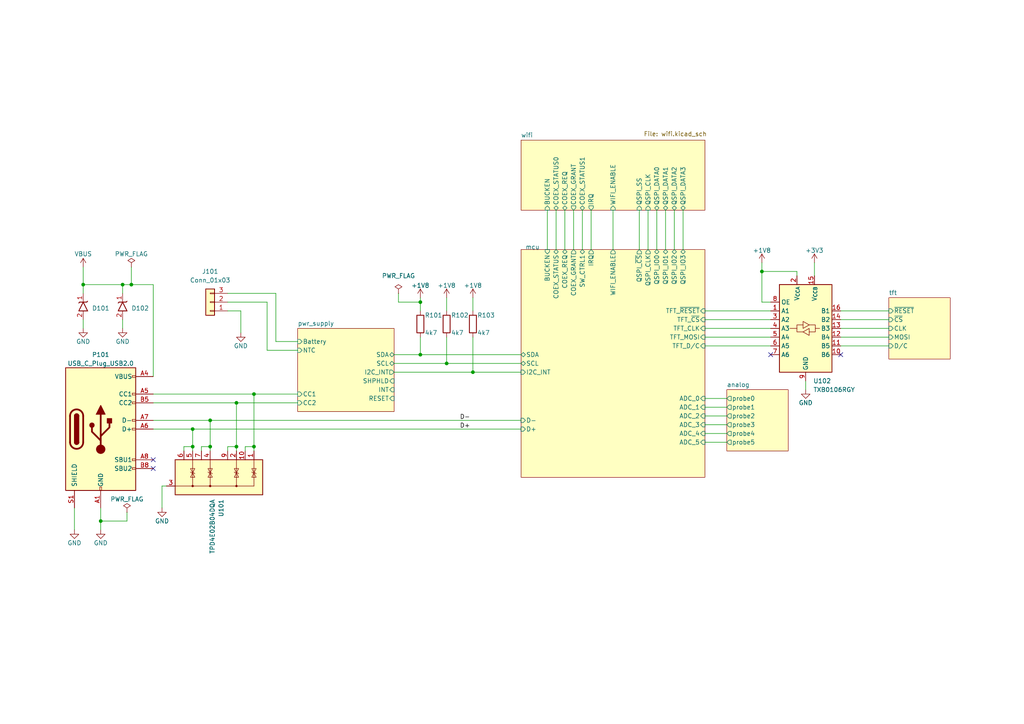
<source format=kicad_sch>
(kicad_sch (version 20231120) (generator "eeschema") (generator_version "8.0")
  (paper "A4")
  (title_block (title "Firewaterburn") (rev "0.2"))
  (lib_symbols
    (symbol "Connector_Generic:Conn_01x03" (pin_names (offset 1.016) hide)
      (property "Reference" "J" (at 0 5.08 0))
      (property "Value" "Conn_01x03" (at 0 -5.08 0))
      (symbol "Conn_01x03_1_1"
        (rectangle (start -1.27 -2.413) (end 0 -2.667) (stroke (width 0.1524)))
        (rectangle (start -1.27 0.127) (end 0 -0.127) (stroke (width 0.1524)))
        (rectangle (start -1.27 2.667) (end 0 2.413) (stroke (width 0.1524)))
        (rectangle (start -1.27 3.81) (end 1.27 -3.81) (stroke (width 0.254)) (fill (type background)))
        (pin passive line (at -5.08 2.54 0) (length 3.81) (name "Pin_1") (number "1"))
        (pin passive line (at -5.08 0 0) (length 3.81) (name "Pin_2") (number "2"))
        (pin passive line (at -5.08 -2.54 0) (length 3.81) (name "Pin_3") (number "3"))
      )
    )
    (symbol "Device:R" (pin_numbers hide) (pin_names (offset 0))
      (property "Reference" "R" (at 2.032 0 90))
      (property "Value" "R" (at 0 0 90))
      (symbol "R_0_1"
        (rectangle (start -1.016 -2.54) (end 1.016 2.54) (stroke (width 0.254)))
      )
      (symbol "R_1_1"
        (pin passive line (at 0 3.81 270) (length 1.27) (name "~") (number "1"))
        (pin passive line (at 0 -3.81 90) (length 1.27) (name "~") (number "2"))
      )
    )
    (symbol "Logic_LevelTranslator:TXB0106RGY"
      (property "Reference" "U" (at -6.35 13.97 0))
      (property "Value" "TXB0106RGY" (at 3.81 13.97 0))
      (symbol "TXB0106RGY_0_1"
        (rectangle (start -7.62 12.7) (end 7.62 -12.7) (stroke (width 0.254)) (fill (type background)))
        (polyline (pts (xy -2.54 0) (xy -2.54 1.016) (xy -0.762 1.016)))
        (polyline (pts (xy 2.794 0) (xy 2.794 -1.016) (xy 1.016 -1.016)))
        (polyline (pts (xy -0.762 -1.016) (xy -2.54 -1.016) (xy -2.54 0) (xy -4.572 0)))
        (polyline (pts (xy -0.762 -1.016) (xy 1.016 0) (xy 1.016 -2.032) (xy -0.762 -1.016)))
        (polyline (pts (xy 1.016 1.016) (xy -0.762 0) (xy -0.762 2.032) (xy 1.016 1.016)))
        (polyline (pts (xy 1.016 1.016) (xy 2.794 1.016) (xy 2.794 0) (xy 4.064 0)))
      )
      (symbol "TXB0106RGY_1_1"
        (pin bidirectional line (at -10.16 5.08 0) (length 2.54) (name "A1") (number "1"))
        (pin bidirectional line (at 10.16 -7.62 180) (length 2.54) (name "B6") (number "10"))
        (pin bidirectional line (at 10.16 -5.08 180) (length 2.54) (name "B5") (number "11"))
        (pin bidirectional line (at 10.16 -2.54 180) (length 2.54) (name "B4") (number "12"))
        (pin bidirectional line (at 10.16 0 180) (length 2.54) (name "B3") (number "13"))
        (pin bidirectional line (at 10.16 2.54 180) (length 2.54) (name "B2") (number "14"))
        (pin power_in line (at 2.54 15.24 270) (length 2.54) (name "V_{CCB}") (number "15"))
        (pin bidirectional line (at 10.16 5.08 180) (length 2.54) (name "B1") (number "16"))
        (pin passive line (at 0 -15.24 90) (length 2.54) hide (name "GND") (number "17"))
        (pin power_in line (at -2.54 15.24 270) (length 2.54) (name "V_{CCA}") (number "2"))
        (pin bidirectional line (at -10.16 2.54 0) (length 2.54) (name "A2") (number "3"))
        (pin bidirectional line (at -10.16 0 0) (length 2.54) (name "A3") (number "4"))
        (pin bidirectional line (at -10.16 -2.54 0) (length 2.54) (name "A4") (number "5"))
        (pin bidirectional line (at -10.16 -5.08 0) (length 2.54) (name "A5") (number "6"))
        (pin bidirectional line (at -10.16 -7.62 0) (length 2.54) (name "A6") (number "7"))
        (pin input line (at -10.16 7.62 0) (length 2.54) (name "OE") (number "8"))
        (pin power_in line (at 0 -15.24 90) (length 2.54) (name "GND") (number "9"))
      )
    )
    (symbol "Power_Protection:TPD4E02B04DQA" (pin_names hide)
      (property "Reference" "U" (at 2.54 -11.43 0))
      (property "Value" "TPD4E02B04DQA" (at 7.62 1.905 0))
      (symbol "TPD4E02B04DQA_0_0"
        (pin passive line (at 2.54 -15.24 90) (length 2.54) (name "G") (number "3"))
      )
      (symbol "TPD4E02B04DQA_0_1"
        (rectangle (start -5.08 12.7) (end 5.08 -12.7) (stroke (width 0.254)) (fill (type background)))
        (polyline (pts (xy -5.08 -7.62) (xy 2.54 -7.62)))
        (polyline (pts (xy -5.08 -2.54) (xy 2.54 -2.54)))
        (polyline (pts (xy -5.08 5.08) (xy 2.54 5.08)))
        (polyline (pts (xy -5.08 10.16) (xy 2.54 10.16)))
        (polyline (pts (xy 2.54 10.16) (xy 2.54 -12.7)) (stroke (width 0.1524)))
        (polyline (pts (xy -1.27 -7.62) (xy 0 -8.255) (xy 0 -6.985) (xy -1.27 -7.62)))
        (polyline (pts (xy -1.27 -2.54) (xy 0 -3.175) (xy 0 -1.905) (xy -1.27 -2.54)))
        (polyline (pts (xy -1.27 5.08) (xy 0 4.445) (xy 0 5.715) (xy -1.27 5.08)))
        (polyline (pts (xy -1.27 10.16) (xy 0 9.525) (xy 0 10.795) (xy -1.27 10.16)))
        (circle (center 2.54 -7.62) (radius 0.254) (fill (type outline)))
        (circle (center 2.54 -2.54) (radius 0.254) (fill (type outline)))
        (circle (center 2.54 5.08) (radius 0.254) (fill (type outline)))
      )
      (symbol "TPD4E02B04DQA_1_1"
        (polyline (pts (xy -1.524 -8.255) (xy -1.27 -8.001) (xy -1.27 -7.239) (xy -1.016 -6.985)))
        (polyline (pts (xy -1.524 -3.175) (xy -1.27 -2.921) (xy -1.27 -2.159) (xy -1.016 -1.905)))
        (polyline (pts (xy -1.524 4.445) (xy -1.27 4.699) (xy -1.27 5.461) (xy -1.016 5.715)))
        (polyline (pts (xy -1.524 9.525) (xy -1.27 9.779) (xy -1.27 10.541) (xy -1.016 10.795)))
        (polyline (pts (xy -1.27 -7.62) (xy -2.54 -8.255) (xy -2.54 -6.985) (xy -1.27 -7.62)))
        (polyline (pts (xy -1.27 -2.54) (xy -2.54 -3.175) (xy -2.54 -1.905) (xy -1.27 -2.54)))
        (polyline (pts (xy -1.27 5.08) (xy -2.54 4.445) (xy -2.54 5.715) (xy -1.27 5.08)))
        (polyline (pts (xy -1.27 10.16) (xy -2.54 9.525) (xy -2.54 10.795) (xy -1.27 10.16)))
        (pin passive line (at -7.62 10.16 0) (length 2.54) (name "IO1") (number "1"))
        (pin free line (at -7.62 7.62 0) (length 2.54) (name "NC") (number "10"))
        (pin passive line (at -7.62 5.08 0) (length 2.54) (name "IO2") (number "2"))
        (pin passive line (at -7.62 -2.54 0) (length 2.54) (name "IO3") (number "4"))
        (pin passive line (at -7.62 -7.62 0) (length 2.54) (name "IO4") (number "5"))
        (pin free line (at -7.62 -10.16 0) (length 2.54) (name "NC") (number "6"))
        (pin free line (at -7.62 -5.08 0) (length 2.54) (name "NC") (number "7"))
        (pin passive line (at 2.54 -15.24 90) (length 2.54) hide (name "G") (number "8"))
        (pin free line (at -7.62 2.54 0) (length 2.54) (name "NC") (number "9"))
      )
    )
    (symbol "mylib_connectors:USB_C_Plug_USB2.0" (pin_names (offset 1.016))
      (property "Reference" "P" (at -10.16 19.05 0))
      (property "Value" "USB_C_Plug_USB2.0" (at 12.7 19.05 0))
      (symbol "USB_C_Plug_USB2.0_0_0"
        (rectangle (start -0.254 -17.78) (end 0.254 -16.764))
        (rectangle (start 10.16 -11.176) (end 9.144 -11.684))
        (rectangle (start 10.16 0.254) (end 9.144 -0.254))
        (rectangle (start 10.16 2.794) (end 9.144 2.286))
        (rectangle (start 10.16 10.414) (end 9.144 9.906))
        (rectangle (start 10.16 15.494) (end 9.144 14.986))
      )
      (symbol "USB_C_Plug_USB2.0_0_1"
        (rectangle (start -10.16 17.78) (end 10.16 -17.78) (stroke (width 0.254)) (fill (type background)))
        (arc (start -8.89 -3.81) (mid -6.985 -5.7067) (end -5.08 -3.81) (stroke (width 0.508)))
        (arc (start -7.62 -3.81) (mid -6.985 -4.4423) (end -6.35 -3.81) (stroke (width 0.254)))
        (arc (start -7.62 -3.81) (mid -6.985 -4.4423) (end -6.35 -3.81) (stroke (width 0.254)) (fill (type outline)))
        (rectangle (start -7.62 -3.81) (end -6.35 3.81) (stroke (width 0.254)) (fill (type outline)))
        (arc (start -6.35 3.81) (mid -6.985 4.4423) (end -7.62 3.81) (stroke (width 0.254)))
        (arc (start -6.35 3.81) (mid -6.985 4.4423) (end -7.62 3.81) (stroke (width 0.254)) (fill (type outline)))
        (arc (start -5.08 3.81) (mid -6.985 5.7067) (end -8.89 3.81) (stroke (width 0.508)))
        (circle (center -2.54 1.143) (radius 0.635) (stroke (width 0.254)) (fill (type outline)))
        (circle (center 0 -5.842) (radius 1.27) (fill (type outline)))
        (polyline (pts (xy -8.89 -3.81) (xy -8.89 3.81)) (stroke (width 0.508)))
        (polyline (pts (xy -5.08 3.81) (xy -5.08 -3.81)) (stroke (width 0.508)))
        (polyline (pts (xy 0 -5.842) (xy 0 4.318)) (stroke (width 0.508)))
        (polyline (pts (xy 0 -3.302) (xy -2.54 -0.762) (xy -2.54 0.508)) (stroke (width 0.508)))
        (polyline (pts (xy 0 -2.032) (xy 2.54 0.508) (xy 2.54 1.778)) (stroke (width 0.508)))
        (polyline (pts (xy -1.27 4.318) (xy 0 6.858) (xy 1.27 4.318) (xy -1.27 4.318)) (stroke (width 0.254)) (fill (type outline)))
        (rectangle (start 1.905 1.778) (end 3.175 3.048) (stroke (width 0.254)) (fill (type outline)))
      )
      (symbol "USB_C_Plug_USB2.0_1_1"
        (rectangle (start 10.16 -8.636) (end 9.144 -9.144))
        (rectangle (start 10.16 7.874) (end 9.144 7.366))
        (pin passive line (at 0 -22.86 90) (length 5.08) (name "GND") (number "A1"))
        (pin passive line (at 0 -22.86 90) (length 5.08) hide (name "GND") (number "A12"))
        (pin passive line (at 15.24 15.24 180) (length 5.08) (name "VBUS") (number "A4"))
        (pin bidirectional line (at 15.24 10.16 180) (length 5.08) (name "CC1") (number "A5"))
        (pin bidirectional line (at 15.24 0 180) (length 5.08) (name "D+") (number "A6"))
        (pin bidirectional line (at 15.24 2.54 180) (length 5.08) (name "D-") (number "A7"))
        (pin bidirectional line (at 15.24 -8.89 180) (length 5.08) (name "SBU1") (number "A8"))
        (pin passive line (at 15.24 15.24 180) (length 5.08) hide (name "VBUS") (number "A9"))
        (pin passive line (at 0 -22.86 90) (length 5.08) hide (name "GND") (number "B1"))
        (pin passive line (at 0 -22.86 90) (length 5.08) hide (name "GND") (number "B12"))
        (pin passive line (at 15.24 15.24 180) (length 5.08) hide (name "VBUS") (number "B4"))
        (pin bidirectional line (at 15.24 7.62 180) (length 5.08) (name "CC2") (number "B5"))
        (pin bidirectional line (at 15.24 0 180) (length 5.08) hide (name "D+") (number "B6"))
        (pin bidirectional line (at 15.24 2.54 180) (length 5.08) hide (name "D-") (number "B7"))
        (pin bidirectional line (at 15.24 -11.43 180) (length 5.08) (name "SBU2") (number "B8"))
        (pin passive line (at 15.24 15.24 180) (length 5.08) hide (name "VBUS") (number "B9"))
        (pin passive line (at -7.62 -22.86 90) (length 5.08) (name "SHIELD") (number "S1"))
      )
    )
    (symbol "mylib_ic:ESDA25P35"
      (property "Reference" "D" (at 0 2.54 0))
      (symbol "ESDA25P35_0_1"
        (polyline (pts (xy -1.27 -1.016) (xy -1.016 -1.27)) (stroke (width 0.254)))
        (polyline (pts (xy -1.27 1.016) (xy -1.524 1.27)) (stroke (width 0.254)))
        (polyline (pts (xy -1.27 1.016) (xy -1.27 -1.016)) (stroke (width 0.254)))
        (polyline (pts (xy 1.27 1.27) (xy 1.27 -1.27) (xy -1.27 0) (xy 1.27 1.27)) (stroke (width 0.254)))
      )
      (symbol "ESDA25P35_1_1"
        (pin passive line (at -3.81 0 0) (length 2.54) (name "") (number "1"))
        (pin passive line (at 3.81 0 180) (length 2.54) (name "") (number "2"))
      )
    )
    (symbol "power:+1V8" (power) (pin_names (offset 0))
      (property "Value" "+1V8" (at 0 3.556 0))
      (symbol "+1V8_0_1"
        (polyline (pts (xy -0.762 1.27) (xy 0 2.54)))
        (polyline (pts (xy 0 0) (xy 0 2.54)))
        (polyline (pts (xy 0 2.54) (xy 0.762 1.27)))
      )
      (symbol "+1V8_1_1"
        (pin power_in line (at 0 0 90) (length 0) hide (name "+1V8") (number "1"))
      )
    )
    (symbol "power:+3V3" (power) (pin_names (offset 0))
      (property "Value" "+3V3" (at 0 3.556 0))
      (symbol "+3V3_0_1"
        (polyline (pts (xy -0.762 1.27) (xy 0 2.54)))
        (polyline (pts (xy 0 0) (xy 0 2.54)))
        (polyline (pts (xy 0 2.54) (xy 0.762 1.27)))
      )
      (symbol "+3V3_1_1"
        (pin power_in line (at 0 0 90) (length 0) hide (name "+3V3") (number "1"))
      )
    )
    (symbol "power:GND" (power) (pin_names (offset 0))
      (property "Value" "GND" (at 0 -3.81 0))
      (symbol "GND_0_1"
        (polyline (pts (xy 0 0) (xy 0 -1.27) (xy 1.27 -1.27) (xy 0 -2.54) (xy -1.27 -1.27) (xy 0 -1.27)))
      )
      (symbol "GND_1_1"
        (pin power_in line (at 0 0 270) (length 0) hide (name "GND") (number "1"))
      )
    )
    (symbol "power:PWR_FLAG" (power) (pin_numbers hide) (pin_names (offset 0) hide)
      (property "Value" "PWR_FLAG" (at 0 3.81 0))
      (symbol "PWR_FLAG_0_0"
        (pin power_out line (at 0 0 90) (length 0) (name "pwr") (number "1"))
      )
      (symbol "PWR_FLAG_0_1"
        (polyline (pts (xy 0 0) (xy 0 1.27) (xy -1.016 1.905) (xy 0 2.54) (xy 1.016 1.905) (xy 0 1.27)))
      )
    )
    (symbol "power:VBUS" (power) (pin_names (offset 0))
      (property "Value" "VBUS" (at 0 3.81 0))
      (symbol "VBUS_0_1"
        (polyline (pts (xy -0.762 1.27) (xy 0 2.54)))
        (polyline (pts (xy 0 0) (xy 0 2.54)))
        (polyline (pts (xy 0 2.54) (xy 0.762 1.27)))
      )
      (symbol "VBUS_1_1"
        (pin power_in line (at 0 0 90) (length 0) hide (name "VBUS") (number "1"))
      )
    )
  )
  (junction (at 55.88 129.54))
  (junction (at 73.66 114.3))
  (junction (at 121.92 102.87))
  (junction (at 24.13 82.55))
  (junction (at 60.96 129.54))
  (junction (at 68.58 129.54))
  (junction (at 55.88 124.46))
  (junction (at 38.1 82.55))
  (junction (at 121.92 87.63))
  (junction (at 220.98 78.74))
  (junction (at 29.21 151.13))
  (junction (at 35.56 82.55))
  (junction (at 137.16 107.95))
  (junction (at 129.54 105.41))
  (junction (at 68.58 116.84))
  (junction (at 73.66 129.54))
  (junction (at 60.96 121.92))
  (no_connect (at 223.52 102.87))
  (no_connect (at 44.45 133.35))
  (no_connect (at 44.45 135.89))
  (no_connect (at 243.84 102.87))
  (wire (pts (xy 29.21 147.32) (xy 29.21 151.13)))
  (wire (pts (xy 204.47 92.71) (xy 223.52 92.71)))
  (wire (pts (xy 55.88 129.54) (xy 55.88 130.81)))
  (wire (pts (xy 21.59 153.67) (xy 21.59 147.32)))
  (wire (pts (xy 77.47 101.6) (xy 77.47 87.63)))
  (wire (pts (xy 44.45 121.92) (xy 60.96 121.92)))
  (wire (pts (xy 233.68 110.49) (xy 233.68 113.03)))
  (wire (pts (xy 198.12 60.96) (xy 198.12 72.39)))
  (wire (pts (xy 44.45 124.46) (xy 55.88 124.46)))
  (wire (pts (xy 121.92 102.87) (xy 151.13 102.87)))
  (wire (pts (xy 115.57 87.63) (xy 121.92 87.63)))
  (wire (pts (xy 38.1 82.55) (xy 44.45 82.55)))
  (wire (pts (xy 77.47 87.63) (xy 66.04 87.63)))
  (wire (pts (xy 137.16 86.36) (xy 137.16 90.17)))
  (wire (pts (xy 195.58 60.96) (xy 195.58 72.39)))
  (wire (pts (xy 68.58 129.54) (xy 68.58 130.81)))
  (wire (pts (xy 60.96 121.92) (xy 60.96 129.54)))
  (wire (pts (xy 71.12 129.54) (xy 73.66 129.54)))
  (wire (pts (xy 220.98 76.2) (xy 220.98 78.74)))
  (wire (pts (xy 137.16 97.79) (xy 137.16 107.95)))
  (wire (pts (xy 66.04 130.81) (xy 66.04 129.54)))
  (wire (pts (xy 44.45 114.3) (xy 73.66 114.3)))
  (wire (pts (xy 35.56 82.55) (xy 35.56 85.09)))
  (wire (pts (xy 190.5 60.96) (xy 190.5 72.39)))
  (wire (pts (xy 243.84 100.33) (xy 257.81 100.33)))
  (wire (pts (xy 44.45 116.84) (xy 68.58 116.84)))
  (wire (pts (xy 204.47 120.65) (xy 210.82 120.65)))
  (wire (pts (xy 204.47 97.79) (xy 223.52 97.79)))
  (wire (pts (xy 223.52 87.63) (xy 220.98 87.63)))
  (wire (pts (xy 158.75 60.96) (xy 158.75 72.39)))
  (wire (pts (xy 35.56 92.71) (xy 35.56 95.25)))
  (wire (pts (xy 36.83 148.59) (xy 36.83 151.13)))
  (wire (pts (xy 231.14 78.74) (xy 231.14 80.01)))
  (wire (pts (xy 243.84 95.25) (xy 257.81 95.25)))
  (wire (pts (xy 204.47 123.19) (xy 210.82 123.19)))
  (wire (pts (xy 177.8 60.96) (xy 177.8 72.39)))
  (wire (pts (xy 46.99 140.97) (xy 48.26 140.97)))
  (wire (pts (xy 204.47 95.25) (xy 223.52 95.25)))
  (wire (pts (xy 24.13 92.71) (xy 24.13 95.25)))
  (wire (pts (xy 29.21 151.13) (xy 36.83 151.13)))
  (wire (pts (xy 80.01 99.06) (xy 86.36 99.06)))
  (wire (pts (xy 60.96 129.54) (xy 60.96 130.81)))
  (wire (pts (xy 243.84 90.17) (xy 257.81 90.17)))
  (wire (pts (xy 161.29 60.96) (xy 161.29 72.39)))
  (wire (pts (xy 73.66 114.3) (xy 86.36 114.3)))
  (wire (pts (xy 220.98 78.74) (xy 231.14 78.74)))
  (wire (pts (xy 58.42 130.81) (xy 58.42 129.54)))
  (wire (pts (xy 53.34 129.54) (xy 55.88 129.54)))
  (wire (pts (xy 58.42 129.54) (xy 60.96 129.54)))
  (wire (pts (xy 115.57 85.09) (xy 115.57 87.63)))
  (wire (pts (xy 129.54 86.36) (xy 129.54 90.17)))
  (wire (pts (xy 185.42 60.96) (xy 185.42 72.39)))
  (wire (pts (xy 114.3 105.41) (xy 129.54 105.41)))
  (wire (pts (xy 121.92 86.36) (xy 121.92 87.63)))
  (wire (pts (xy 71.12 130.81) (xy 71.12 129.54)))
  (wire (pts (xy 80.01 85.09) (xy 80.01 99.06)))
  (wire (pts (xy 46.99 147.32) (xy 46.99 140.97)))
  (wire (pts (xy 24.13 82.55) (xy 24.13 85.09)))
  (wire (pts (xy 204.47 125.73) (xy 210.82 125.73)))
  (wire (pts (xy 44.45 82.55) (xy 44.45 109.22)))
  (wire (pts (xy 66.04 129.54) (xy 68.58 129.54)))
  (wire (pts (xy 24.13 82.55) (xy 35.56 82.55)))
  (wire (pts (xy 204.47 90.17) (xy 223.52 90.17)))
  (wire (pts (xy 243.84 97.79) (xy 257.81 97.79)))
  (wire (pts (xy 204.47 128.27) (xy 210.82 128.27)))
  (wire (pts (xy 73.66 114.3) (xy 73.66 129.54)))
  (wire (pts (xy 129.54 97.79) (xy 129.54 105.41)))
  (wire (pts (xy 53.34 130.81) (xy 53.34 129.54)))
  (wire (pts (xy 38.1 82.55) (xy 35.56 82.55)))
  (wire (pts (xy 114.3 102.87) (xy 121.92 102.87)))
  (wire (pts (xy 163.83 60.96) (xy 163.83 72.39)))
  (wire (pts (xy 55.88 124.46) (xy 55.88 129.54)))
  (wire (pts (xy 66.04 90.17) (xy 69.85 90.17)))
  (wire (pts (xy 193.04 60.96) (xy 193.04 72.39)))
  (wire (pts (xy 220.98 87.63) (xy 220.98 78.74)))
  (wire (pts (xy 68.58 116.84) (xy 68.58 129.54)))
  (wire (pts (xy 121.92 87.63) (xy 121.92 90.17)))
  (wire (pts (xy 121.92 97.79) (xy 121.92 102.87)))
  (wire (pts (xy 204.47 115.57) (xy 210.82 115.57)))
  (wire (pts (xy 38.1 77.47) (xy 38.1 82.55)))
  (wire (pts (xy 66.04 85.09) (xy 80.01 85.09)))
  (wire (pts (xy 55.88 124.46) (xy 151.13 124.46)))
  (wire (pts (xy 86.36 101.6) (xy 77.47 101.6)))
  (wire (pts (xy 243.84 92.71) (xy 257.81 92.71)))
  (wire (pts (xy 73.66 129.54) (xy 73.66 130.81)))
  (wire (pts (xy 236.22 76.2) (xy 236.22 80.01)))
  (wire (pts (xy 204.47 118.11) (xy 210.82 118.11)))
  (wire (pts (xy 171.45 60.96) (xy 171.45 72.39)))
  (wire (pts (xy 60.96 121.92) (xy 151.13 121.92)))
  (wire (pts (xy 69.85 90.17) (xy 69.85 96.52)))
  (wire (pts (xy 114.3 107.95) (xy 137.16 107.95)))
  (wire (pts (xy 24.13 77.47) (xy 24.13 82.55)))
  (wire (pts (xy 166.37 60.96) (xy 166.37 72.39)))
  (wire (pts (xy 129.54 105.41) (xy 151.13 105.41)))
  (wire (pts (xy 68.58 116.84) (xy 86.36 116.84)))
  (wire (pts (xy 29.21 151.13) (xy 29.21 153.67)))
  (wire (pts (xy 187.96 60.96) (xy 187.96 72.39)))
  (wire (pts (xy 137.16 107.95) (xy 151.13 107.95)))
  (wire (pts (xy 168.91 60.96) (xy 168.91 72.39)))
  (wire (pts (xy 204.47 100.33) (xy 223.52 100.33)))
  (label "D+" (at 133.35 124.46 0))
  (label "D-" (at 133.35 121.92 0))
  (symbol (lib_id "Device:R") (at 137.16 93.98 0) (unit 1)
    (property "Reference" "R103" (at 138.43 91.44 0) (effects (justify left)))
    (property "Value" "4k7" (at 138.43 96.52 0) (effects (justify left)))
    (property "Footprint" "Resistor_SMD:R_0402_1005Metric" (effects (hide yes)))
    (property "Digikey" "13-RC0402FR-134K7LCT-ND" (effects (hide yes)))
  )
  (symbol (lib_id "mylib_connectors:USB_C_Plug_USB2.0") (at 29.21 124.46 0) (unit 1)
    (property "Reference" "P101" (at 29.21 102.87 0))
    (property "Value" "USB_C_Plug_USB2.0" (at 29.21 105.41 0))
    (property "Footprint" "mylib_connector:USB_C_Receptacle_Molex_C_24P_SMD_RA" (effects (hide yes)))
    (property "Datasheet" "https://www.molex.com/webdocs/datasheets/pdf/en-us/2171790001_IO_CONNECTORS.pdf" (effects (hide yes)))
    (property "Digikey" "900-2171790001CT-ND" (effects (hide yes)))
  )
  (symbol (lib_id "power:GND") (at 69.85 96.52 0) (unit 1)
    (property "Reference" "#PWR0107" (effects (hide yes)))
    (property "Value" "GND" (at 69.85 100.33 0))
  )
  (symbol (lib_id "power:+1V8") (at 129.54 86.36 0) (unit 1)
    (property "Reference" "#PWR0109" (effects (hide yes)))
    (property "Value" "+1V8" (at 129.54 82.804 0))
    (property "Description" "Power symbol creates a global label with name \"+1V8\"" (effects (hide yes)))
  )
  (symbol (lib_id "power:GND") (at 29.21 153.67 0) (unit 1)
    (property "Reference" "#PWR0104" (effects (hide yes)))
    (property "Value" "GND" (at 29.21 157.48 0))
  )
  (symbol (lib_id "Logic_LevelTranslator:TXB0106RGY") (at 233.68 95.25 0) (unit 1)
    (property "Reference" "U102" (at 235.8741 110.49 0) (effects (justify left)))
    (property "Value" "TXB0106RGY" (at 235.8741 113.03 0) (effects (justify left)))
    (property "Footprint" "Package_DFN_QFN:Texas_RGY_R-PVQFN-N16_EP2.05x2.55mm" (effects (hide yes)))
    (property "Datasheet" "http://www.ti.com/lit/ds/symlink/txb0106.pdf" (effects (hide yes)))
    (property "Description" "6-Bit Bidirectional Voltage-Level Translator, Auto Direction Sensing and ±15-kV ESD Protection, 1.2 - 3.6V APort, 1.65 - 5.5V BPort, VQFN-16" (effects (hide yes)))
  )
  (symbol (lib_id "power:GND") (at 21.59 153.67 0) (unit 1)
    (property "Reference" "#PWR0101" (effects (hide yes)))
    (property "Value" "GND" (at 21.59 157.48 0))
  )
  (symbol (lib_id "power:+1V8") (at 137.16 86.36 0) (unit 1)
    (property "Reference" "#PWR0110" (effects (hide yes)))
    (property "Value" "+1V8" (at 137.16 82.804 0))
    (property "Description" "Power symbol creates a global label with name \"+1V8\"" (effects (hide yes)))
  )
  (symbol (lib_id "Device:R") (at 129.54 93.98 0) (unit 1)
    (property "Reference" "R102" (at 130.81 91.44 0) (effects (justify left)))
    (property "Value" "4k7" (at 130.81 96.52 0) (effects (justify left)))
    (property "Footprint" "Resistor_SMD:R_0402_1005Metric" (effects (hide yes)))
    (property "Digikey" "13-RC0402FR-134K7LCT-ND" (effects (hide yes)))
  )
  (symbol (lib_id "Power_Protection:TPD4E02B04DQA") (at 63.5 138.43 270) (unit 1)
    (property "Reference" "U101" (at 64.135 144.78 0) (effects (justify left)))
    (property "Value" "TPD4E02B04DQA" (at 61.595 144.78 0) (effects (justify left)))
    (property "Footprint" "Package_SON:USON-10_2.5x1.0mm_P0.5mm" (effects (hide yes)))
    (property "Datasheet" "http://www.ti.com/lit/ds/symlink/tpd4e02b04.pdf" (effects (hide yes)))
    (property "Digikey" "296-43875-1-ND" (effects (hide yes)))
  )
  (symbol (lib_id "power:GND") (at 46.99 147.32 0) (unit 1)
    (property "Reference" "#PWR0106" (effects (hide yes)))
    (property "Value" "GND" (at 46.99 151.13 0))
  )
  (symbol (lib_id "power:+1V8") (at 220.98 76.2 0) (unit 1)
    (property "Reference" "#PWR0111" (effects (hide yes)))
    (property "Value" "+1V8" (at 220.98 72.644 0))
    (property "Description" "Power symbol creates a global label with name \"+1V8\"" (effects (hide yes)))
  )
  (symbol (lib_id "power:GND") (at 24.13 95.25 0) (unit 1)
    (property "Reference" "#PWR0103" (effects (hide yes)))
    (property "Value" "GND" (at 24.13 99.06 0))
  )
  (symbol (lib_id "power:PWR_FLAG") (at 38.1 77.47 0) (unit 1)
    (property "Reference" "#FLG0102" (effects (hide yes)))
    (property "Value" "PWR_FLAG" (at 38.1 73.66 0))
  )
  (symbol (lib_id "power:GND") (at 233.68 113.03 0) (unit 1)
    (property "Reference" "#PWR0112" (effects (hide yes)))
    (property "Value" "GND" (at 233.68 116.84 0))
  )
  (symbol (lib_id "mylib_ic:ESDA25P35") (at 35.56 88.9 270) (unit 1)
    (property "Reference" "D102" (at 38.1 89.408 90) (effects (justify left)))
    (property "Value" "ESDA25P35" (effects (hide yes)))
    (property "Footprint" "mylib_ic:D_0604_1610Metric" (effects (hide yes)))
    (property "Digikey" "497-16913-1-ND" (effects (hide yes)))
  )
  (symbol (lib_id "power:GND") (at 35.56 95.25 0) (unit 1)
    (property "Reference" "#PWR0105" (effects (hide yes)))
    (property "Value" "GND" (at 35.56 99.06 0))
  )
  (symbol (lib_id "power:+3V3") (at 236.22 76.2 0) (unit 1)
    (property "Reference" "#PWR0113" (effects (hide yes)))
    (property "Value" "+3V3" (at 236.22 72.644 0))
  )
  (symbol (lib_id "mylib_ic:ESDA25P35") (at 24.13 88.9 270) (unit 1)
    (property "Reference" "D101" (at 26.67 89.408 90) (effects (justify left)))
    (property "Value" "ESDA25P35" (effects (hide yes)))
    (property "Footprint" "mylib_ic:D_0604_1610Metric" (effects (hide yes)))
    (property "Digikey" "497-16913-1-ND" (effects (hide yes)))
  )
  (symbol (lib_id "Connector_Generic:Conn_01x03") (at 60.96 87.63 180) (unit 1)
    (property "Reference" "J101" (at 60.96 78.74 0))
    (property "Value" "Conn_01x03" (at 60.96 81.28 0))
    (property "Footprint" "mylib_connector:Molex_Pico-Clasp_202396-0307_1x03-1MP_P1.00mm_Horizontal" (effects (hide yes)))
    (property "Digikey" "WM26784CT-ND" (effects (hide yes)))
    (property "Digikey_" "WM7916-ND" (effects (hide yes)))
    (property "Digikey__" "WM15696-ND" (effects (hide yes)))
  )
  (symbol (lib_id "Device:R") (at 121.92 93.98 0) (unit 1)
    (property "Reference" "R101" (at 123.19 91.44 0) (effects (justify left)))
    (property "Value" "4k7" (at 123.19 96.52 0) (effects (justify left)))
    (property "Footprint" "Resistor_SMD:R_0402_1005Metric" (effects (hide yes)))
    (property "Digikey" "13-RC0402FR-134K7LCT-ND" (effects (hide yes)))
  )
  (symbol (lib_id "power:+1V8") (at 121.92 86.36 0) (unit 1)
    (property "Reference" "#PWR0108" (effects (hide yes)))
    (property "Value" "+1V8" (at 121.92 82.804 0))
    (property "Description" "Power symbol creates a global label with name \"+1V8\"" (effects (hide yes)))
  )
  (symbol (lib_id "power:PWR_FLAG") (at 115.57 85.09 0) (unit 1)
    (property "Reference" "#FLG0103" (effects (hide yes)))
    (property "Value" "PWR_FLAG" (at 115.57 80.01 0))
  )
  (symbol (lib_id "power:PWR_FLAG") (at 36.83 148.59 0) (unit 1)
    (property "Reference" "#FLG0101" (effects (hide yes)))
    (property "Value" "PWR_FLAG" (at 36.83 144.78 0))
  )
  (symbol (lib_id "power:VBUS") (at 24.13 77.47 0) (unit 1)
    (property "Reference" "#PWR0102" (effects (hide yes)))
    (property "Value" "VBUS" (at 24.13 73.66 0))
  )
  (sheet (at 151.13 40.64) (size 53.34 20.32) (stroke (width 0.1524)) (fill (color 255 255 194 1.0000))
    (property "Sheetname" "wifi" (at 151.13 39.9284 0) (effects (justify left bottom)))
    (property "Sheetfile" "wifi.kicad_sch" (at 186.69 38.1 0) (effects (justify left top)))
    (pin "QSPI_CLK" input (at 187.96 60.96 270))
    (pin "BUCKEN" input (at 158.75 60.96 270))
    (pin "COEX_REQ" bidirectional (at 163.83 60.96 270))
    (pin "COEX_GRANT" output (at 166.37 60.96 270))
    (pin "IRQ" output (at 171.45 60.96 270))
    (pin "QSPI_SS" input (at 185.42 60.96 270))
    (pin "QSPI_DATA1" bidirectional (at 193.04 60.96 270))
    (pin "QSPI_DATA0" bidirectional (at 190.5 60.96 270))
    (pin "QSPI_DATA3" bidirectional (at 198.12 60.96 270))
    (pin "QSPI_DATA2" bidirectional (at 195.58 60.96 270))
    (pin "COEX_STATUS0" bidirectional (at 161.29 60.96 270))
    (pin "COEX_STATUS1" bidirectional (at 168.91 60.96 270))
    (pin "WIFI_ENABLE" input (at 177.8 60.96 270))
  )
  (sheet (at 151.13 72.39) (size 53.34 66.04) (fill (color 255 255 194 1.0000))
    (property "Sheetname" "mcu" (at 152.4 72.39 0) (effects (justify left bottom)))
    (property "Sheetfile" "mcu.kicad_sch" (effects (hide yes)))
    (pin "SCL" bidirectional (at 151.13 105.41 180))
    (pin "SDA" bidirectional (at 151.13 102.87 180))
    (pin "QSPI_~{CS}" output (at 185.42 72.39 90))
    (pin "QSPI_CLK" output (at 187.96 72.39 90))
    (pin "QSPI_IO2" bidirectional (at 195.58 72.39 90))
    (pin "QSPI_IO0" bidirectional (at 190.5 72.39 90))
    (pin "QSPI_IO1" bidirectional (at 193.04 72.39 90))
    (pin "QSPI_IO3" bidirectional (at 198.12 72.39 90))
    (pin "ADC_3" input (at 204.47 123.19 0))
    (pin "ADC_4" input (at 204.47 125.73 0))
    (pin "ADC_2" input (at 204.47 120.65 0))
    (pin "ADC_1" input (at 204.47 118.11 0))
    (pin "ADC_0" input (at 204.47 115.57 0))
    (pin "ADC_5" input (at 204.47 128.27 0))
    (pin "D+" input (at 151.13 124.46 180))
    (pin "D-" input (at 151.13 121.92 180))
    (pin "I2C_INT" input (at 151.13 107.95 180))
    (pin "IRQ" output (at 171.45 72.39 90))
    (pin "COEX_REQ" bidirectional (at 163.83 72.39 90))
    (pin "BUCKEN" input (at 158.75 72.39 90))
    (pin "COEX_STATUS" bidirectional (at 161.29 72.39 90))
    (pin "COEX_GRANT" output (at 166.37 72.39 90))
    (pin "SW_CTRL1" bidirectional (at 168.91 72.39 90))
    (pin "TFT_MOSI" input (at 204.47 97.79 0))
    (pin "TFT_CLK" input (at 204.47 95.25 0))
    (pin "TFT_~{RESET}" input (at 204.47 90.17 0))
    (pin "TFT_D{slash}C" input (at 204.47 100.33 0))
    (pin "TFT_~{CS}" input (at 204.47 92.71 0))
    (pin "WIFI_ENABLE" output (at 177.8 72.39 90))
  )
  (sheet (at 257.81 86.36) (size 17.78 17.78) (stroke (width 0.1524)) (fill (color 255 255 194 1.0000))
    (property "Sheetname" "tft" (at 257.81 85.6484 0) (effects (justify left bottom)))
    (property "Sheetfile" "lcd.kicad_sch" (effects (hide yes)))
    (pin "CLK" input (at 257.81 95.25 180))
    (pin "MOSI" input (at 257.81 97.79 180))
    (pin "~{CS}" input (at 257.81 92.71 180))
    (pin "~{RESET}" input (at 257.81 90.17 180))
    (pin "D{slash}C" input (at 257.81 100.33 180))
  )
  (sheet (at 210.82 113.03) (size 17.78 17.78) (fill (color 255 255 194 1.0000))
    (property "Sheetname" "analog" (at 210.82 112.3184 0) (effects (justify left bottom)))
    (property "Sheetfile" "ntc.kicad_sch" (effects (hide yes)))
    (pin "probe3" output (at 210.82 123.19 180))
    (pin "probe2" output (at 210.82 120.65 180))
    (pin "probe1" output (at 210.82 118.11 180))
    (pin "probe4" output (at 210.82 125.73 180))
    (pin "probe5" output (at 210.82 128.27 180))
    (pin "probe0" output (at 210.82 115.57 180))
  )
  (sheet (at 86.36 95.25) (size 27.94 24.13) (stroke (width 0.1524)) (fill (color 255 255 194 1.0000))
    (property "Sheetname" "pwr_supply" (at 86.36 94.5384 0) (effects (justify left bottom)))
    (property "Sheetfile" "pwr_supply.kicad_sch" (effects (hide yes)))
    (pin "CC1" input (at 86.36 114.3 180))
    (pin "CC2" input (at 86.36 116.84 180))
    (pin "SDA" bidirectional (at 114.3 102.87 0))
    (pin "SCL" bidirectional (at 114.3 105.41 0))
    (pin "I2C_INT" output (at 114.3 107.95 0))
    (pin "SHPHLD" input (at 114.3 110.49 0))
    (pin "INT" input (at 114.3 113.03 0))
    (pin "RESET" input (at 114.3 115.57 0))
    (pin "NTC" input (at 86.36 101.6 180))
    (pin "Battery" input (at 86.36 99.06 180))
  )
)
</source>
